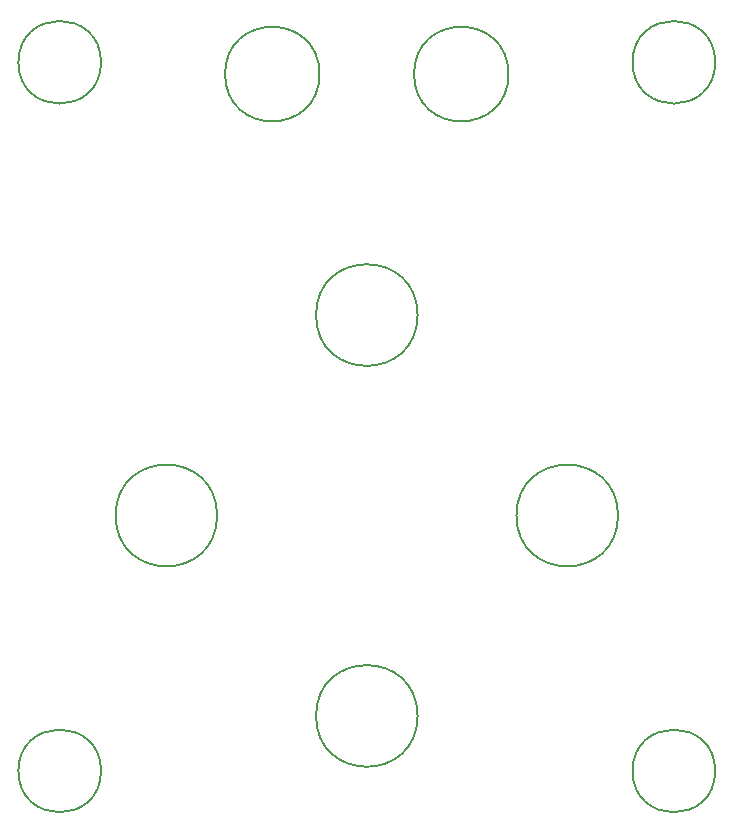
<source format=gbr>
%TF.GenerationSoftware,KiCad,Pcbnew,8.0.7-8.0.7-0~ubuntu22.04.1*%
%TF.CreationDate,2024-12-14T16:53:14+01:00*%
%TF.ProjectId,vesc_mms_board,76657363-5f6d-46d7-935f-626f6172642e,rev?*%
%TF.SameCoordinates,Original*%
%TF.FileFunction,Other,Comment*%
%FSLAX46Y46*%
G04 Gerber Fmt 4.6, Leading zero omitted, Abs format (unit mm)*
G04 Created by KiCad (PCBNEW 8.0.7-8.0.7-0~ubuntu22.04.1) date 2024-12-14 16:53:14*
%MOMM*%
%LPD*%
G01*
G04 APERTURE LIST*
%ADD10C,0.150000*%
G04 APERTURE END LIST*
D10*
%TO.C,H2*%
X114300000Y-75402020D02*
G75*
G02*
X105700000Y-75402020I-4300000J0D01*
G01*
X105700000Y-75402020D02*
G75*
G02*
X114300000Y-75402020I4300000J0D01*
G01*
%TO.C,H6*%
X87500000Y-54000000D02*
G75*
G02*
X80500000Y-54000000I-3500000J0D01*
G01*
X80500000Y-54000000D02*
G75*
G02*
X87500000Y-54000000I3500000J0D01*
G01*
%TO.C,H9*%
X122000000Y-55000000D02*
G75*
G02*
X114000000Y-55000000I-4000000J0D01*
G01*
X114000000Y-55000000D02*
G75*
G02*
X122000000Y-55000000I4000000J0D01*
G01*
%TO.C,H8*%
X139500000Y-114000000D02*
G75*
G02*
X132500000Y-114000000I-3500000J0D01*
G01*
X132500000Y-114000000D02*
G75*
G02*
X139500000Y-114000000I3500000J0D01*
G01*
%TO.C,H1*%
X114300000Y-109343146D02*
G75*
G02*
X105700000Y-109343146I-4300000J0D01*
G01*
X105700000Y-109343146D02*
G75*
G02*
X114300000Y-109343146I4300000J0D01*
G01*
%TO.C,H4*%
X131270563Y-92372583D02*
G75*
G02*
X122670563Y-92372583I-4300000J0D01*
G01*
X122670563Y-92372583D02*
G75*
G02*
X131270563Y-92372583I4300000J0D01*
G01*
%TO.C,H10*%
X106000000Y-55000000D02*
G75*
G02*
X98000000Y-55000000I-4000000J0D01*
G01*
X98000000Y-55000000D02*
G75*
G02*
X106000000Y-55000000I4000000J0D01*
G01*
%TO.C,H3*%
X139500000Y-54000000D02*
G75*
G02*
X132500000Y-54000000I-3500000J0D01*
G01*
X132500000Y-54000000D02*
G75*
G02*
X139500000Y-54000000I3500000J0D01*
G01*
%TO.C,H7*%
X97329437Y-92372583D02*
G75*
G02*
X88729437Y-92372583I-4300000J0D01*
G01*
X88729437Y-92372583D02*
G75*
G02*
X97329437Y-92372583I4300000J0D01*
G01*
%TO.C,H5*%
X87500000Y-114000000D02*
G75*
G02*
X80500000Y-114000000I-3500000J0D01*
G01*
X80500000Y-114000000D02*
G75*
G02*
X87500000Y-114000000I3500000J0D01*
G01*
%TD*%
M02*

</source>
